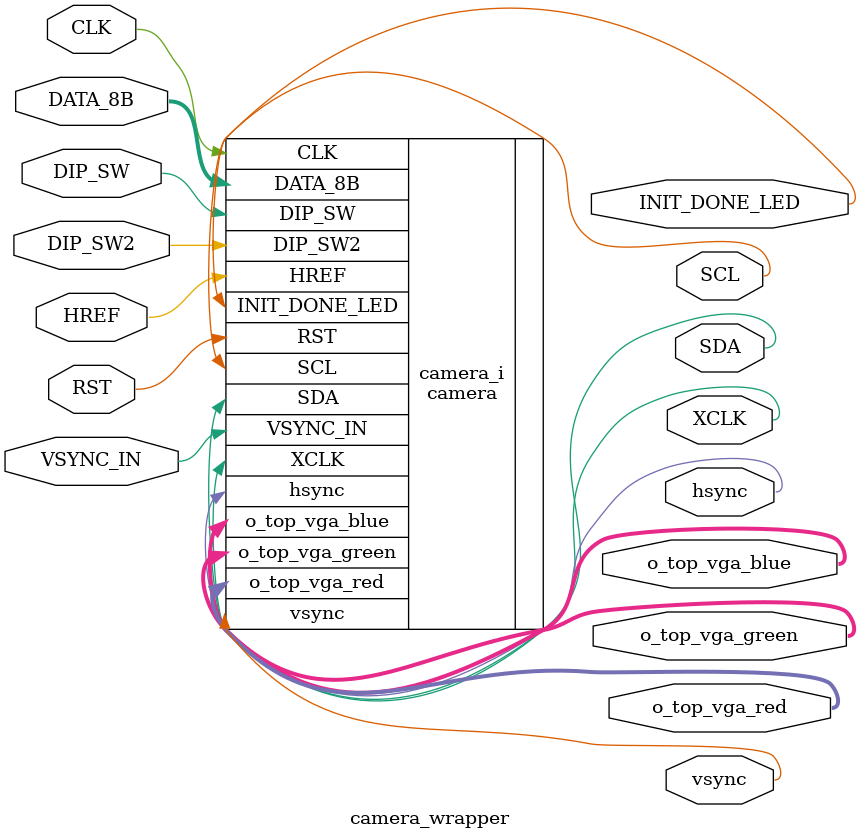
<source format=v>
`timescale 1 ps / 1 ps

module camera_wrapper
   (CLK,
    DATA_8B,
    DIP_SW,
    DIP_SW2,
    HREF,
    INIT_DONE_LED,
    RST,
    SCL,
    SDA,
    VSYNC_IN,
    XCLK,
    hsync,
    o_top_vga_blue,
    o_top_vga_green,
    o_top_vga_red,
    vsync);
  input CLK;
  input [7:0]DATA_8B;
  input DIP_SW;
  input DIP_SW2;
  input HREF;
  output INIT_DONE_LED;
  input RST;
  output SCL;
  output SDA;
  input VSYNC_IN;
  output XCLK;
  output hsync;
  output [3:0]o_top_vga_blue;
  output [3:0]o_top_vga_green;
  output [3:0]o_top_vga_red;
  output vsync;

  wire CLK;
  wire [7:0]DATA_8B;
  wire DIP_SW;
  wire DIP_SW2;
  wire HREF;
  wire INIT_DONE_LED;
  wire RST;
  wire SCL;
  wire SDA;
  wire VSYNC_IN;
  wire XCLK;
  wire hsync;
  wire [3:0]o_top_vga_blue;
  wire [3:0]o_top_vga_green;
  wire [3:0]o_top_vga_red;
  wire vsync;

  camera camera_i
       (.CLK(CLK),
        .DATA_8B(DATA_8B),
        .DIP_SW(DIP_SW),
        .DIP_SW2(DIP_SW2),
        .HREF(HREF),
        .INIT_DONE_LED(INIT_DONE_LED),
        .RST(RST),
        .SCL(SCL),
        .SDA(SDA),
        .VSYNC_IN(VSYNC_IN),
        .XCLK(XCLK),
        .hsync(hsync),
        .o_top_vga_blue(o_top_vga_blue),
        .o_top_vga_green(o_top_vga_green),
        .o_top_vga_red(o_top_vga_red),
        .vsync(vsync));
endmodule

</source>
